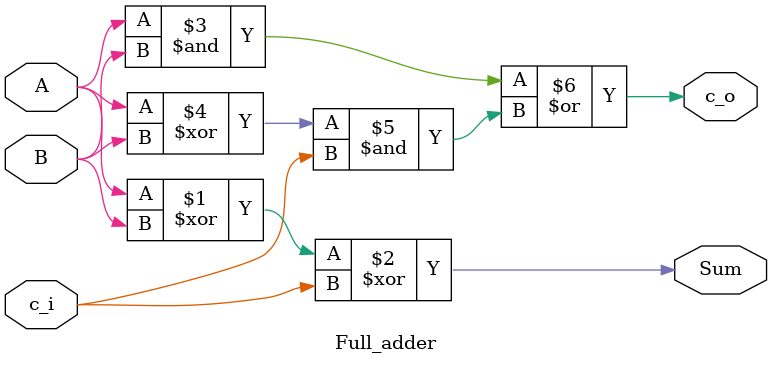
<source format=v>
`timescale 1ns/1ps

module Full_adder 
(
  input  A,
  input  B,
  input  c_i,
  output Sum,
  output c_o
);

   assign Sum = A ^ B ^ c_i;
   assign c_o = (A & B) | (A ^ B) & c_i;
    
endmodule

</source>
